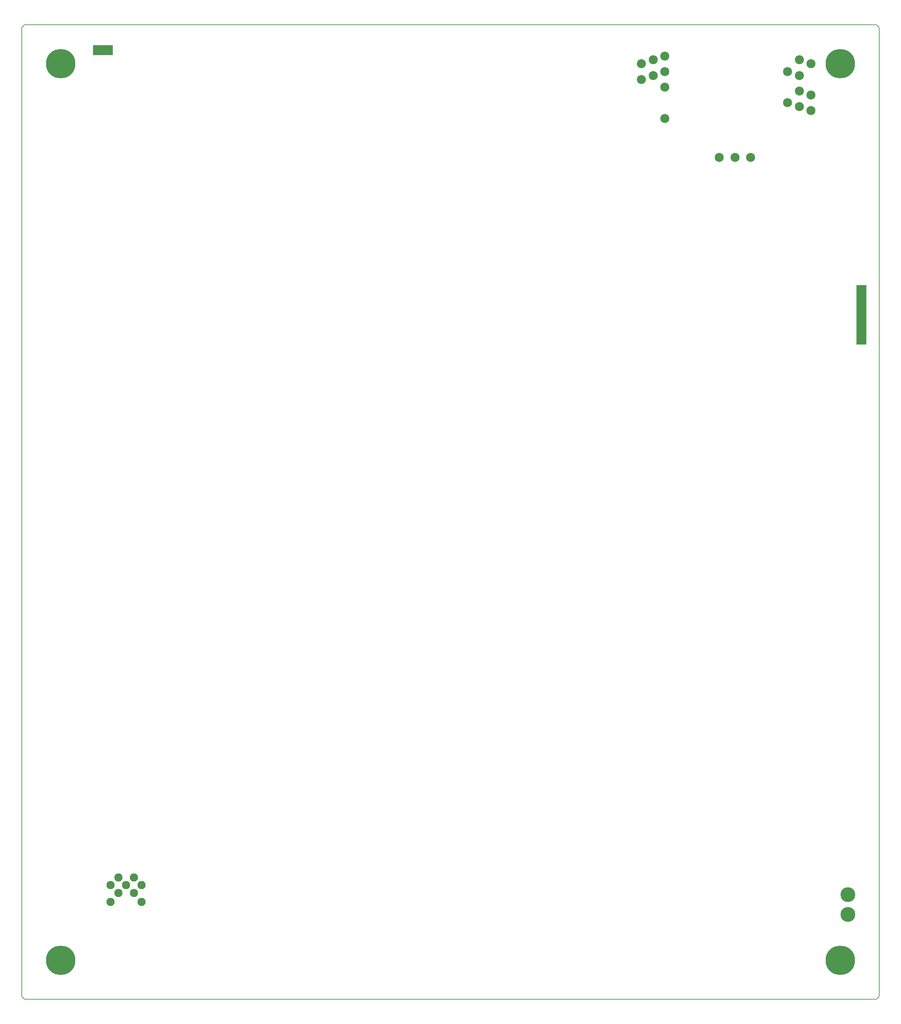
<source format=gbs>
G04 PROTEUS RS274X GERBER FILE*
%FSLAX24Y24*%
%MOIN*%
%ADD56C,0.2968*%
%ADD57R,0.0987X0.0987*%
%ADD62C,0.1500*%
%ADD63C,0.0908*%
%ADD64R,0.1000X0.1000*%
%ADD68C,0.0829*%
%ADD45C,0.0080*%
G54D56*
X-39370Y+55118D03*
X+39370Y+55118D03*
X-39370Y-35433D03*
X+39370Y-35433D03*
G54D57*
X+41535Y+27263D03*
X+41535Y+28263D03*
X+41535Y+29263D03*
X+41535Y+30263D03*
X+41535Y+31263D03*
X+41535Y+32263D03*
G54D62*
X+40157Y-30807D03*
X+40157Y-28807D03*
G54D63*
X+21653Y+55905D03*
X+20472Y+55511D03*
X+19291Y+55118D03*
X+21653Y+54330D03*
X+20472Y+53937D03*
X+19291Y+53543D03*
X+21653Y+52755D03*
X+21653Y+49606D03*
X+35236Y+55511D03*
X+36417Y+55118D03*
X+34055Y+54330D03*
X+35236Y+53937D03*
X+35236Y+52362D03*
X+36417Y+51968D03*
X+34055Y+51181D03*
X+35236Y+50787D03*
X+30314Y+45669D03*
X+28740Y+45669D03*
X+27165Y+45669D03*
G54D64*
X-35629Y+56496D03*
X-34629Y+56496D03*
G54D68*
X-33562Y-27066D03*
X-31988Y-27066D03*
X-31200Y-27854D03*
X-34350Y-27854D03*
X-32775Y-27854D03*
X-33562Y-28641D03*
X-31988Y-28641D03*
X-31200Y-29527D03*
X-34350Y-29527D03*
G54D63*
X+36417Y+50393D03*
G54D45*
X-42913Y-39370D02*
X+42913Y-39370D01*
X+43307Y-38976D02*
X+43307Y+58661D01*
X+42913Y+59055D02*
X-42913Y+59055D01*
X-43307Y-38976D02*
X-43299Y-39056D01*
X-43277Y-39131D01*
X-43193Y-39256D01*
X-43068Y-39340D01*
X-42993Y-39362D01*
X-42913Y-39370D01*
X+42913Y-39370D02*
X+42993Y-39362D01*
X+43068Y-39340D01*
X+43193Y-39256D01*
X+43277Y-39131D01*
X+43299Y-39056D01*
X+43307Y-38976D01*
X+42913Y+59055D02*
X+42993Y+59047D01*
X+43068Y+59025D01*
X+43193Y+58941D01*
X+43277Y+58816D01*
X+43299Y+58741D01*
X+43307Y+58661D01*
X-43307Y+58661D02*
X-43299Y+58741D01*
X-43277Y+58816D01*
X-43193Y+58941D01*
X-43068Y+59025D01*
X-42993Y+59047D01*
X-42913Y+59055D01*
X-43307Y+58661D02*
X-43307Y-38976D01*
M00*

</source>
